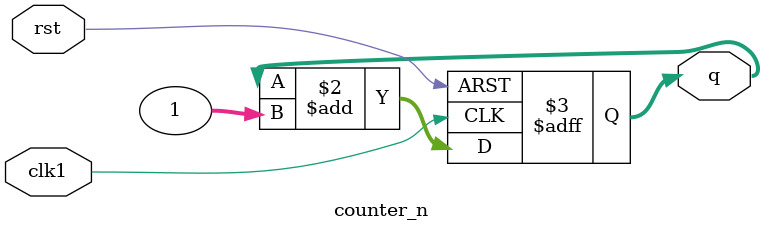
<source format=v>
module sevensegment(
    input clk1,
	input sw,
    input [31:0] DATA,
    output [6:0] seg,
    output [3:0] an
);
  
    reg [3:0] sw1,sw2,sw3,sw4;
    wire [6:0] seg0, seg1, seg2, seg3;
  
  //coverting the 16-bit input into 4 4-bits number   
    // Slice the input number into four 4-bit segments
	 always@(*) begin
	 case(sw)
	 1'b0: begin
     sw1 = DATA[3:0];
     sw2 = DATA[7:4];
     sw3 = DATA[11:8];
     sw4 = DATA[15:12];
	 end
	 1'b1: begin
	   sw1 = DATA[19:16];
       sw2 = DATA[23:20];
       sw3 = DATA[27:24];
       sw4 = DATA[31:28];
     	 end
	 endcase
	 end

  //converting the 4-bit number to display it on seven segment display
  sseg_display s0(.hex(sw1), .seg(seg0));     
  sseg_display s1(.hex(sw2), .seg(seg1));     
  sseg_display s2(.hex(sw3), .seg(seg2));     
  sseg_display s3(.hex(sw4), .seg(seg3));     
 
  //callinng the module tp display the number on fpga
    sseg_mux display(.clk1(clk1), .rst(1'b0), .dig0(seg0), .dig1(seg1), .dig2(seg2), .dig3(seg3), .an(an), .sseg(seg));
endmodule

//Doing the time multiplexing on our output
module sseg_mux(
    input clk1, rst,
    input [6:0] dig0, dig1, dig2, dig3,
    output reg [3:0] an,
    output reg [6:0] sseg
    );
  
    // refresh rate of ~1526Hz (100 MHz / 2^16)
    localparam BITS = 18;
  wire [BITS - 1 : 0] q;
    counter_n #(.BITS(BITS)) counter(.clk1(clk1), .rst(rst), .q(q));
     
 
     
    always @*
      case (q[BITS - 1 : BITS - 2])
            2'b00:
                begin
                    an = 4'b1110;
                    sseg = dig0;
                end
            2'b01:
                begin
                    an = 4'b1101;
                    sseg = dig1;
                end
            2'b10:
                begin
                    an = 4'b1011;
                    sseg = dig2;
                end
            default:
                begin
                    an = 4'b0111;
                    sseg = dig3;
                end
        endcase                         
endmodule


// seven-segment digit display driver
module sseg_display (
    input [3:0] hex,
    output reg [6:0] seg
    );   
    always @*  begin
        case(hex)
            4'h0: seg[6:0] = 7'b1000000;    // digit 0
            4'h1: seg[6:0] = 7'b1111001;    // digit 1
            4'h2: seg[6:0] = 7'b0100100;    // digit 2
            4'h3: seg[6:0] = 7'b0110000;    // digit 3
            4'h4: seg[6:0] = 7'b0011001;    // digit 4
            4'h5: seg[6:0] = 7'b0010010;    // digit 5
            4'h6: seg[6:0] = 7'b0000010;    // digit 6
            4'h7: seg[6:0] = 7'b1111000;    // digit 7
            4'h8: seg[6:0] = 7'b0000000;    // digit 8
            4'h9: seg[6:0] = 7'b0010000;    // digit 9
            4'ha: seg[6:0] = 7'b0001000;    // digit A
            4'hb: seg[6:0] = 7'b0000011;    // digit B
            4'hc: seg[6:0] = 7'b1000110;    // digit C
            4'hd: seg[6:0] = 7'b0100001;    // digit D
            4'he: seg[6:0] = 7'b0000110;    // digit E
            default: seg[6:0] = 7'b0001110; // digit F
        endcase
    end
endmodule

module counter_n #(parameter BITS = 32) (
    input clk1,
    input rst,
    output reg [BITS - 1:0] q
);
    // Initialize the counter register
  always @ (posedge clk1, posedge rst) begin
        if (rst) begin

            q <= 0;
        end else begin
            q <= q + 1;
        end
    end
  
  
  
endmodule

</source>
